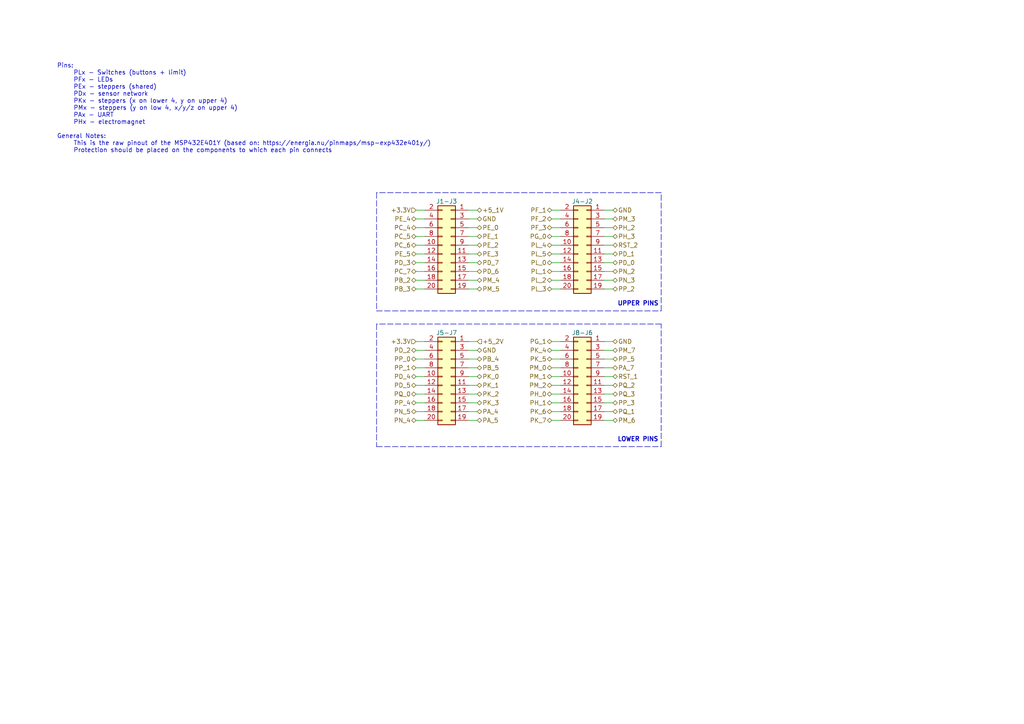
<source format=kicad_sch>
(kicad_sch (version 20211123) (generator eeschema)
  (paper "A4")
  (title_block (title "MSP432E401Y Subsystem") (rev "1") (company "The Great Gambit"))
  (lib_symbols
    (symbol "PPTC102LFBN-RC:PPTC102LFBN-RC"
      (property "Reference" "J" (at 0 0 0))
      (property "Value" "PPTC102LFBN-RC" (at 0 0 0))
      (symbol "PPTC102LFBN-RC_1_1"
        (rectangle (start -2.54 2.667) (end -1.27 2.413) (stroke (width 0.1524)))
        (rectangle (start -2.54 5.207) (end -1.27 4.953) (stroke (width 0.1524)))
        (rectangle (start -2.54 7.747) (end -1.27 7.493) (stroke (width 0.1524)))
        (rectangle (start -2.54 10.287) (end -1.27 10.033) (stroke (width 0.1524)))
        (rectangle (start -2.54 12.827) (end -1.27 12.573) (stroke (width 0.1524)))
        (rectangle (start -2.54 15.367) (end -1.27 15.113) (stroke (width 0.1524)))
        (rectangle (start -2.54 17.907) (end -1.27 17.653) (stroke (width 0.1524)))
        (rectangle (start -2.54 20.447) (end -1.27 20.193) (stroke (width 0.1524)))
        (rectangle (start -2.54 22.987) (end -1.27 22.733) (stroke (width 0.1524)))
        (rectangle (start -2.54 25.527) (end -1.27 25.273) (stroke (width 0.1524)))
        (rectangle (start -2.54 26.67) (end 2.54 1.27) (stroke (width 0.254)) (fill (type background)))
        (rectangle (start 2.54 2.667) (end 1.27 2.413) (stroke (width 0.1524)))
        (rectangle (start 2.54 5.207) (end 1.27 4.953) (stroke (width 0.1524)))
        (rectangle (start 2.54 7.747) (end 1.27 7.493) (stroke (width 0.1524)))
        (rectangle (start 2.54 10.287) (end 1.27 10.033) (stroke (width 0.1524)))
        (rectangle (start 2.54 12.827) (end 1.27 12.573) (stroke (width 0.1524)))
        (rectangle (start 2.54 15.367) (end 1.27 15.113) (stroke (width 0.1524)))
        (rectangle (start 2.54 17.907) (end 1.27 17.653) (stroke (width 0.1524)))
        (rectangle (start 2.54 20.447) (end 1.27 20.193) (stroke (width 0.1524)))
        (rectangle (start 2.54 22.987) (end 1.27 22.733) (stroke (width 0.1524)))
        (rectangle (start 2.54 25.527) (end 1.27 25.273) (stroke (width 0.1524)))
        (pin passive line (at -6.35 25.4 0) (length 3.81) (name "") (number "1"))
        (pin passive line (at 6.35 15.24 180) (length 3.81) (name "") (number "10"))
        (pin passive line (at -6.35 12.7 0) (length 3.81) (name "") (number "11"))
        (pin passive line (at 6.35 12.7 180) (length 3.81) (name "") (number "12"))
        (pin passive line (at -6.35 10.16 0) (length 3.81) (name "") (number "13"))
        (pin passive line (at 6.35 10.16 180) (length 3.81) (name "") (number "14"))
        (pin passive line (at -6.35 7.62 0) (length 3.81) (name "") (number "15"))
        (pin passive line (at 6.35 7.62 180) (length 3.81) (name "") (number "16"))
        (pin passive line (at -6.35 5.08 0) (length 3.81) (name "") (number "17"))
        (pin passive line (at 6.35 5.08 180) (length 3.81) (name "") (number "18"))
        (pin passive line (at -6.35 2.54 0) (length 3.81) (name "") (number "19"))
        (pin passive line (at 6.35 25.4 180) (length 3.81) (name "") (number "2"))
        (pin passive line (at 6.35 2.54 180) (length 3.81) (name "") (number "20"))
        (pin passive line (at -6.35 22.86 0) (length 3.81) (name "") (number "3"))
        (pin passive line (at 6.35 22.86 180) (length 3.81) (name "") (number "4"))
        (pin passive line (at -6.35 20.32 0) (length 3.81) (name "") (number "5"))
        (pin passive line (at 6.35 20.32 180) (length 3.81) (name "") (number "6"))
        (pin passive line (at -6.35 17.78 0) (length 3.81) (name "") (number "7"))
        (pin passive line (at 6.35 17.78 180) (length 3.81) (name "") (number "8"))
        (pin passive line (at -6.35 15.24 0) (length 3.81) (name "") (number "9"))
      )
    )
  )
  (wire (pts (xy 123.19 104.14) (xy 120.65 104.14)))
  (wire (pts (xy 123.19 99.06) (xy 120.65 99.06)))
  (wire (pts (xy 123.19 68.58) (xy 120.65 68.58)))
  (wire (pts (xy 162.56 121.92) (xy 160.02 121.92)))
  (wire (pts (xy 123.19 109.22) (xy 120.65 109.22)))
  (wire (pts (xy 177.8 119.38) (xy 175.26 119.38)))
  (wire (pts (xy 162.56 81.28) (xy 160.02 81.28)))
  (wire (pts (xy 177.8 63.5) (xy 175.26 63.5)))
  (wire (pts (xy 138.43 109.22) (xy 135.89 109.22)))
  (wire (pts (xy 177.8 83.82) (xy 175.26 83.82)))
  (wire (pts (xy 162.56 71.12) (xy 160.02 71.12)))
  (wire (pts (xy 138.43 71.12) (xy 135.89 71.12)))
  (wire (pts (xy 138.43 63.5) (xy 135.89 63.5)))
  (wire (pts (xy 138.43 83.82) (xy 135.89 83.82)))
  (wire (pts (xy 138.43 76.2) (xy 135.89 76.2)))
  (wire (pts (xy 138.43 106.68) (xy 135.89 106.68)))
  (wire (pts (xy 177.8 73.66) (xy 175.26 73.66)))
  (polyline (pts (xy 109.22 55.88) (xy 109.22 90.17)))
  (wire (pts (xy 162.56 119.38) (xy 160.02 119.38)))
  (polyline (pts (xy 191.77 55.88) (xy 109.22 55.88)))
  (wire (pts (xy 138.43 101.6) (xy 135.89 101.6)))
  (wire (pts (xy 162.56 104.14) (xy 160.02 104.14)))
  (wire (pts (xy 177.8 109.22) (xy 175.26 109.22)))
  (wire (pts (xy 123.19 106.68) (xy 120.65 106.68)))
  (wire (pts (xy 162.56 111.76) (xy 160.02 111.76)))
  (wire (pts (xy 177.8 104.14) (xy 175.26 104.14)))
  (wire (pts (xy 123.19 60.96) (xy 120.65 60.96)))
  (wire (pts (xy 123.19 101.6) (xy 120.65 101.6)))
  (wire (pts (xy 138.43 114.3) (xy 135.89 114.3)))
  (wire (pts (xy 177.8 116.84) (xy 175.26 116.84)))
  (wire (pts (xy 138.43 73.66) (xy 135.89 73.66)))
  (polyline (pts (xy 191.77 129.54) (xy 191.77 93.98)))
  (wire (pts (xy 123.19 119.38) (xy 120.65 119.38)))
  (wire (pts (xy 135.89 60.96) (xy 138.43 60.96)))
  (wire (pts (xy 138.43 66.04) (xy 135.89 66.04)))
  (wire (pts (xy 138.43 81.28) (xy 135.89 81.28)))
  (wire (pts (xy 162.56 116.84) (xy 160.02 116.84)))
  (wire (pts (xy 177.8 111.76) (xy 175.26 111.76)))
  (polyline (pts (xy 191.77 90.17) (xy 191.77 55.88)))
  (wire (pts (xy 162.56 114.3) (xy 160.02 114.3)))
  (polyline (pts (xy 109.22 90.17) (xy 191.77 90.17)))
  (wire (pts (xy 123.19 66.04) (xy 120.65 66.04)))
  (wire (pts (xy 162.56 106.68) (xy 160.02 106.68)))
  (wire (pts (xy 162.56 73.66) (xy 160.02 73.66)))
  (wire (pts (xy 123.19 78.74) (xy 120.65 78.74)))
  (wire (pts (xy 177.8 81.28) (xy 175.26 81.28)))
  (polyline (pts (xy 109.22 129.54) (xy 191.77 129.54)))
  (wire (pts (xy 138.43 121.92) (xy 135.89 121.92)))
  (wire (pts (xy 138.43 78.74) (xy 135.89 78.74)))
  (wire (pts (xy 162.56 109.22) (xy 160.02 109.22)))
  (wire (pts (xy 162.56 83.82) (xy 160.02 83.82)))
  (wire (pts (xy 123.19 121.92) (xy 120.65 121.92)))
  (wire (pts (xy 177.8 121.92) (xy 175.26 121.92)))
  (wire (pts (xy 123.19 73.66) (xy 120.65 73.66)))
  (wire (pts (xy 123.19 83.82) (xy 120.65 83.82)))
  (wire (pts (xy 177.8 106.68) (xy 175.26 106.68)))
  (wire (pts (xy 162.56 101.6) (xy 160.02 101.6)))
  (polyline (pts (xy 109.22 93.98) (xy 109.22 129.54)))
  (wire (pts (xy 123.19 76.2) (xy 120.65 76.2)))
  (wire (pts (xy 123.19 81.28) (xy 120.65 81.28)))
  (wire (pts (xy 177.8 71.12) (xy 175.26 71.12)))
  (polyline (pts (xy 191.77 93.98) (xy 109.22 93.98)))
  (wire (pts (xy 175.26 60.96) (xy 177.8 60.96)))
  (wire (pts (xy 162.56 66.04) (xy 160.02 66.04)))
  (wire (pts (xy 177.8 101.6) (xy 175.26 101.6)))
  (wire (pts (xy 138.43 116.84) (xy 135.89 116.84)))
  (wire (pts (xy 138.43 111.76) (xy 135.89 111.76)))
  (wire (pts (xy 135.89 99.06) (xy 138.43 99.06)))
  (wire (pts (xy 162.56 78.74) (xy 160.02 78.74)))
  (wire (pts (xy 123.19 63.5) (xy 120.65 63.5)))
  (wire (pts (xy 162.56 68.58) (xy 160.02 68.58)))
  (wire (pts (xy 177.8 76.2) (xy 175.26 76.2)))
  (wire (pts (xy 162.56 99.06) (xy 160.02 99.06)))
  (wire (pts (xy 123.19 116.84) (xy 120.65 116.84)))
  (wire (pts (xy 162.56 76.2) (xy 160.02 76.2)))
  (wire (pts (xy 177.8 78.74) (xy 175.26 78.74)))
  (wire (pts (xy 123.19 114.3) (xy 120.65 114.3)))
  (wire (pts (xy 138.43 104.14) (xy 135.89 104.14)))
  (wire (pts (xy 162.56 60.96) (xy 160.02 60.96)))
  (wire (pts (xy 138.43 119.38) (xy 135.89 119.38)))
  (wire (pts (xy 123.19 71.12) (xy 120.65 71.12)))
  (wire (pts (xy 162.56 63.5) (xy 160.02 63.5)))
  (wire (pts (xy 177.8 114.3) (xy 175.26 114.3)))
  (wire (pts (xy 123.19 111.76) (xy 120.65 111.76)))
  (wire (pts (xy 177.8 66.04) (xy 175.26 66.04)))
  (wire (pts (xy 175.26 99.06) (xy 177.8 99.06)))
  (wire (pts (xy 177.8 68.58) (xy 175.26 68.58)))
  (wire (pts (xy 138.43 68.58) (xy 135.89 68.58)))
  (text "Pins:\n	PLx - Switches (buttons + limit)\n	PFx - LEDs\n	PEx - steppers (shared)\n	PDx - sensor network\n	PKx - steppers (x on lower 4, y on upper 4)\n	PMx - steppers (y on low 4, x/y/z on upper 4)\n	PAx - UART\n	PHx - electromagnet\n\nGeneral Notes:\n	This is the raw pinout of the MSP432E401Y (based on: https://energia.nu/pinmaps/msp-exp432e401y/)\n	Protection should be placed on the components to which each pin connects" (at 16.51 44.45 0) (effects (font (size 1.27 1.27)) (justify left bottom)))
  (text "UPPER PINS" (at 179.07 88.9 0) (effects (font (size 1.27 1.27) bold) (justify left bottom)))
  (text "LOWER PINS" (at 179.07 128.27 0) (effects (font (size 1.27 1.27) bold) (justify left bottom)))
  (hierarchical_label "RST_2" (shape bidirectional) (at 177.8 71.12 0))
  (hierarchical_label "+3.3V" (shape input) (at 120.65 60.96 180))
  (hierarchical_label "GND" (shape bidirectional) (at 177.8 99.06 0))
  (hierarchical_label "PM_4" (shape bidirectional) (at 138.43 81.28 0))
  (hierarchical_label "PA_4" (shape bidirectional) (at 138.43 119.38 0))
  (hierarchical_label "PN_4" (shape bidirectional) (at 120.65 121.92 180))
  (hierarchical_label "PQ_1" (shape bidirectional) (at 177.8 119.38 0))
  (hierarchical_label "PF_2" (shape bidirectional) (at 160.02 63.5 180))
  (hierarchical_label "PH_1" (shape bidirectional) (at 160.02 116.84 180))
  (hierarchical_label "PK_0" (shape bidirectional) (at 138.43 109.22 0))
  (hierarchical_label "PL_2" (shape bidirectional) (at 160.02 81.28 180))
  (hierarchical_label "PQ_0" (shape bidirectional) (at 120.65 114.3 180))
  (hierarchical_label "PE_5" (shape bidirectional) (at 120.65 73.66 180))
  (hierarchical_label "+3.3V" (shape input) (at 120.65 99.06 180))
  (hierarchical_label "PK_2" (shape bidirectional) (at 138.43 114.3 0))
  (hierarchical_label "PE_2" (shape bidirectional) (at 138.43 71.12 0))
  (hierarchical_label "PC_5" (shape bidirectional) (at 120.65 68.58 180))
  (hierarchical_label "GND" (shape bidirectional) (at 138.43 101.6 0))
  (hierarchical_label "PB_5" (shape bidirectional) (at 138.43 106.68 0))
  (hierarchical_label "PK_6" (shape bidirectional) (at 160.02 119.38 180))
  (hierarchical_label "PM_3" (shape bidirectional) (at 177.8 63.5 0))
  (hierarchical_label "PM_0" (shape bidirectional) (at 160.02 106.68 180))
  (hierarchical_label "PG_0" (shape bidirectional) (at 160.02 68.58 180))
  (hierarchical_label "PP_5" (shape bidirectional) (at 177.8 104.14 0))
  (hierarchical_label "PE_0" (shape bidirectional) (at 138.43 66.04 0))
  (hierarchical_label "PP_3" (shape bidirectional) (at 177.8 116.84 0))
  (hierarchical_label "PD_4" (shape bidirectional) (at 120.65 109.22 180))
  (hierarchical_label "PD_2" (shape bidirectional) (at 120.65 101.6 180))
  (hierarchical_label "PF_1" (shape bidirectional) (at 160.02 60.96 180))
  (hierarchical_label "PC_4" (shape bidirectional) (at 120.65 66.04 180))
  (hierarchical_label "PL_0" (shape bidirectional) (at 160.02 76.2 180))
  (hierarchical_label "PD_5" (shape bidirectional) (at 120.65 111.76 180))
  (hierarchical_label "PH_2" (shape bidirectional) (at 177.8 66.04 0))
  (hierarchical_label "PE_3" (shape bidirectional) (at 138.43 73.66 0))
  (hierarchical_label "+5_2V" (shape input) (at 138.43 99.06 0))
  (hierarchical_label "PD_7" (shape bidirectional) (at 138.43 76.2 0))
  (hierarchical_label "PB_2" (shape bidirectional) (at 120.65 81.28 180))
  (hierarchical_label "GND" (shape bidirectional) (at 138.43 63.5 0))
  (hierarchical_label "PM_5" (shape bidirectional) (at 138.43 83.82 0))
  (hierarchical_label "PK_7" (shape bidirectional) (at 160.02 121.92 180))
  (hierarchical_label "PF_3" (shape bidirectional) (at 160.02 66.04 180))
  (hierarchical_label "PK_1" (shape bidirectional) (at 138.43 111.76 0))
  (hierarchical_label "RST_1" (shape bidirectional) (at 177.8 109.22 0))
  (hierarchical_label "PP_0" (shape bidirectional) (at 120.65 104.14 180))
  (hierarchical_label "PL_5" (shape bidirectional) (at 160.02 73.66 180))
  (hierarchical_label "PG_1" (shape bidirectional) (at 160.02 99.06 180))
  (hierarchical_label "PD_1" (shape bidirectional) (at 177.8 73.66 0))
  (hierarchical_label "PN_3" (shape bidirectional) (at 177.8 81.28 0))
  (hierarchical_label "PC_7" (shape bidirectional) (at 120.65 78.74 180))
  (hierarchical_label "PH_0" (shape bidirectional) (at 160.02 114.3 180))
  (hierarchical_label "PM_2" (shape bidirectional) (at 160.02 111.76 180))
  (hierarchical_label "PA_5" (shape bidirectional) (at 138.43 121.92 0))
  (hierarchical_label "PN_2" (shape bidirectional) (at 177.8 78.74 0))
  (hierarchical_label "PL_1" (shape bidirectional) (at 160.02 78.74 180))
  (hierarchical_label "PB_4" (shape bidirectional) (at 138.43 104.14 0))
  (hierarchical_label "PD_0" (shape bidirectional) (at 177.8 76.2 0))
  (hierarchical_label "PK_4" (shape bidirectional) (at 160.02 101.6 180))
  (hierarchical_label "PK_3" (shape bidirectional) (at 138.43 116.84 0))
  (hierarchical_label "PP_1" (shape bidirectional) (at 120.65 106.68 180))
  (hierarchical_label "PP_2" (shape bidirectional) (at 177.8 83.82 0))
  (hierarchical_label "PD_6" (shape bidirectional) (at 138.43 78.74 0))
  (hierarchical_label "PL_4" (shape bidirectional) (at 160.02 71.12 180))
  (hierarchical_label "PC_6" (shape bidirectional) (at 120.65 71.12 180))
  (hierarchical_label "GND" (shape bidirectional) (at 177.8 60.96 0))
  (hierarchical_label "PH_3" (shape bidirectional) (at 177.8 68.58 0))
  (hierarchical_label "PB_3" (shape bidirectional) (at 120.65 83.82 180))
  (hierarchical_label "PE_1" (shape bidirectional) (at 138.43 68.58 0))
  (hierarchical_label "PQ_3" (shape bidirectional) (at 177.8 114.3 0))
  (hierarchical_label "PK_5" (shape bidirectional) (at 160.02 104.14 180))
  (hierarchical_label "PA_7" (shape bidirectional) (at 177.8 106.68 0))
  (hierarchical_label "PP_4" (shape bidirectional) (at 120.65 116.84 180))
  (hierarchical_label "PM_7" (shape bidirectional) (at 177.8 101.6 0))
  (hierarchical_label "PL_3" (shape bidirectional) (at 160.02 83.82 180))
  (hierarchical_label "PQ_2" (shape bidirectional) (at 177.8 111.76 0))
  (hierarchical_label "+5_1V" (shape bidirectional) (at 138.43 60.96 0))
  (hierarchical_label "PM_6" (shape bidirectional) (at 177.8 121.92 0))
  (hierarchical_label "PN_5" (shape bidirectional) (at 120.65 119.38 180))
  (hierarchical_label "PM_1" (shape bidirectional) (at 160.02 109.22 180))
  (hierarchical_label "PD_3" (shape bidirectional) (at 120.65 76.2 180))
  (hierarchical_label "PE_4" (shape bidirectional) (at 120.65 63.5 180))
  (symbol (lib_id "PPTC102LFBN-RC:PPTC102LFBN-RC") (at 168.91 86.36 0) (mirror y) (unit 1)
    (property "Reference" "J4-J2" (at 168.91 58.42 0))
    (property "Value" "Conn_01x10" (effects hide))
    (property "Footprint" "Connector_PinSocket_2.54mm:PinSocket_2x10_P2.54mm_Vertical" (effects hide))
    (property "Datasheet" "https://media.digikey.com/pdf/Data%20Sheets/Sullins%20PDFs/Female_Headers.100_DS.pdf" (effects hide))
    (property "Digikey Part Number" "S7078-ND" (effects hide))
    (property "Manufacturer's Part Number" "PPTC102LFBN-RC" (effects hide))
    (property "Mouser Part Number" "855-M50-3001045" (effects hide))
    (property "Digikey Link" "https://media.digikey.com/pdf/Data%20Sheets/Sullins%20PDFs/Female_Headers.100_DS.pdf" (effects hide))
    (property "Mouser Link" "https://www.mouser.com/ProductDetail/Harwin/M50-3001045?qs=9fQaSFfsqsy4fizyLh4kvw%3D%3D" (effects hide))
  )
  (symbol (lib_id "PPTC102LFBN-RC:PPTC102LFBN-RC") (at 129.54 124.46 0) (mirror y) (unit 1)
    (property "Reference" "J5-J7" (at 129.54 96.52 0))
    (property "Value" "Conn_01x10" (effects hide))
    (property "Footprint" "Connector_PinSocket_2.54mm:PinSocket_2x10_P2.54mm_Vertical" (effects hide))
    (property "Datasheet" "https://media.digikey.com/pdf/Data%20Sheets/Sullins%20PDFs/Female_Headers.100_DS.pdf" (effects hide))
    (property "Digikey Part Number" "S7078-ND" (effects hide))
    (property "Manufacturer's Part Number" "PPTC102LFBN-RC" (effects hide))
    (property "Mouser Part Number" "855-M50-3001045" (effects hide))
    (property "Digikey Link" "https://media.digikey.com/pdf/Data%20Sheets/Sullins%20PDFs/Female_Headers.100_DS.pdf" (effects hide))
    (property "Mouser Link" "https://www.mouser.com/ProductDetail/Harwin/M50-3001045?qs=9fQaSFfsqsy4fizyLh4kvw%3D%3D" (effects hide))
  )
  (symbol (lib_id "PPTC102LFBN-RC:PPTC102LFBN-RC") (at 168.91 124.46 0) (mirror y) (unit 1)
    (property "Reference" "J8-J6" (at 168.91 96.52 0))
    (property "Value" "Conn_01x10" (effects hide))
    (property "Footprint" "Connector_PinSocket_2.54mm:PinSocket_2x10_P2.54mm_Vertical" (effects hide))
    (property "Datasheet" "https://media.digikey.com/pdf/Data%20Sheets/Sullins%20PDFs/Female_Headers.100_DS.pdf" (effects hide))
    (property "Digikey Part Number" "S7078-ND" (effects hide))
    (property "Manufacturer's Part Number" "PPTC102LFBN-RC" (effects hide))
    (property "Mouser Part Number" "855-M50-3001045" (effects hide))
    (property "Digikey Link" "https://media.digikey.com/pdf/Data%20Sheets/Sullins%20PDFs/Female_Headers.100_DS.pdf" (effects hide))
    (property "Mouser Link" "https://www.mouser.com/ProductDetail/Harwin/M50-3001045?qs=9fQaSFfsqsy4fizyLh4kvw%3D%3D" (effects hide))
  )
  (symbol (lib_id "PPTC102LFBN-RC:PPTC102LFBN-RC") (at 129.54 86.36 0) (mirror y) (unit 1)
    (property "Reference" "J1-J3" (at 129.54 58.42 0))
    (property "Value" "Conn_01x10" (effects hide))
    (property "Footprint" "Connector_PinSocket_2.54mm:PinSocket_2x10_P2.54mm_Vertical" (effects hide))
    (property "Datasheet" "https://media.digikey.com/pdf/Data%20Sheets/Sullins%20PDFs/Female_Headers.100_DS.pdf" (effects hide))
    (property "Digikey Part Number" "S7078-ND" (effects hide))
    (property "Manufacturer's Part Number" "PPTC102LFBN-RC" (effects hide))
    (property "Mouser Part Number" "855-M50-3001045" (effects hide))
    (property "Digikey Link" "https://media.digikey.com/pdf/Data%20Sheets/Sullins%20PDFs/Female_Headers.100_DS.pdf" (effects hide))
    (property "Mouser Link" "https://www.mouser.com/ProductDetail/Harwin/M50-3001045?qs=9fQaSFfsqsy4fizyLh4kvw%3D%3D" (effects hide))
  )
)
</source>
